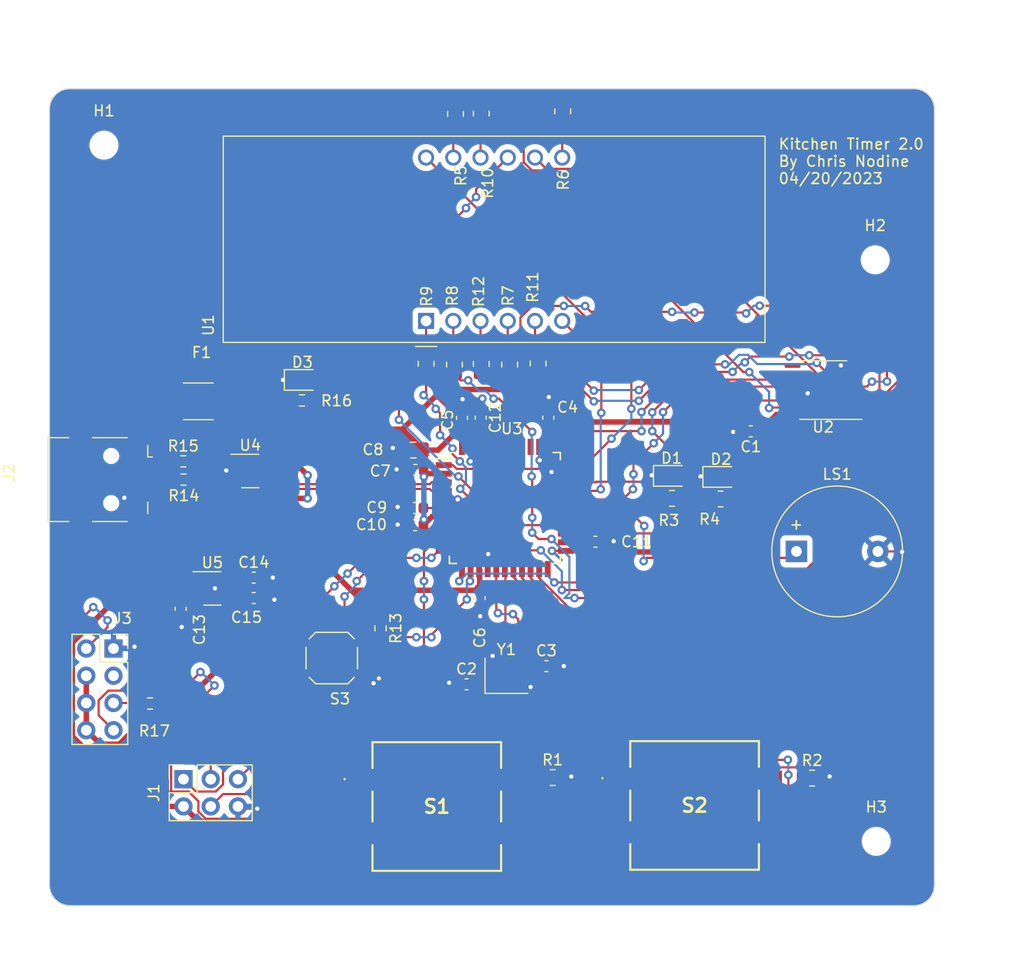
<source format=kicad_pcb>
(kicad_pcb (version 20221018) (generator pcbnew)
  (layers (0 "F.Cu" signal) (31 "B.Cu" signal) (34 "B.Paste" user) (35 "F.Paste" user) (36 "B.SilkS" user "B.Silkscreen") (37 "F.SilkS" user "F.Silkscreen") (38 "B.Mask" user) (39 "F.Mask" user) (44 "Edge.Cuts" user))
  (net 0 "")
  (net 1 "+5V")
  (net 2 "GND")
  (net 3 "XTAL1")
  (net 4 "XTAL2")
  (net 5 "/UCAP")
  (net 6 "/AREF")
  (net 7 "+3.3V")
  (net 8 "Net-(U5-BP)")
  (net 9 "Net-(D1-A)")
  (net 10 "Net-(D2-A)")
  (net 11 "Net-(D3-A)")
  (net 12 "Net-(J2-VBUS)")
  (net 13 "MISO")
  (net 14 "SCK")
  (net 15 "MOSI")
  (net 16 "RST")
  (net 17 "Net-(J2-D-)")
  (net 18 "Net-(J2-D+)")
  (net 21 "TX")
  (net 23 "Net-(J3-Pin_5)")
  (net 24 "RX")
  (net 25 "Buzzer")
  (net 26 "Button_1")
  (net 27 "Button_2")
  (net 28 "RED_LED")
  (net 29 "GREEN_LED")
  (net 30 "a")
  (net 31 "Net-(U1-a)")
  (net 32 "b")
  (net 33 "Net-(U1-b)")
  (net 34 "c")
  (net 35 "Net-(U1-c)")
  (net 36 "d")
  (net 37 "Net-(U1-d)")
  (net 38 "e")
  (net 39 "Net-(U1-e)")
  (net 40 "f")
  (net 41 "Net-(U1-f)")
  (net 42 "g")
  (net 43 "Net-(U1-g)")
  (net 44 "dp")
  (net 45 "Net-(U1-DPX)")
  (net 46 "USB_CONN_D+")
  (net 47 "USB_CONN_D-")
  (net 52 "Dig4")
  (net 53 "Dig3")
  (net 54 "Dig2")
  (net 55 "Dig1")
  (net 57 "SH_CP")
  (net 58 "ST_CP")
  (net 59 "DS")
  (net 60 "USB_D-")
  (net 61 "USB_D+")
  (footprint "Capacitor_SMD:C_0603_1608Metric" (layer "F.Cu") (at 147.325 75.45)
    (fp_text reference "C15")
    (fp_text value "10nF")
  )
  (footprint "Capacitor_SMD:C_0603_1608Metric" (layer "F.Cu") (at 166.75 58.65 90)
    (fp_text reference "C5")
    (fp_text value "0.1uF")
  )
  (footprint "Fuse:Fuse_1812_4532Metric" (layer "F.Cu") (at 142.15 57.1)
    (fp_text reference "F1")
    (fp_text value "PTCSMD")
  )
  (footprint "Capacitor_SMD:C_0603_1608Metric" (layer "F.Cu") (at 167.175 83.5)
    (fp_text reference "C2")
    (fp_text value "22p")
  )
  (footprint "Resistor_SMD:R_0805_2012Metric" (layer "F.Cu") (at 171.2 53.6725 90)
    (fp_text reference "R7")
    (fp_text value "100")
  )
  (footprint "Capacitor_SMD:C_0603_1608Metric" (layer "F.Cu") (at 174.625 81.8)
    (fp_text reference "C3")
    (fp_text value "22p")
  )
  (footprint "Resistor_SMD:R_0805_2012Metric" (layer "F.Cu") (at 163.4 53.5975 90)
    (fp_text reference "R9")
    (fp_text value "100")
  )
  (footprint "PTS125_SMD_Button:PTS125_SMD_Button" (layer "F.Cu") (at 164.4 94.9)
    (fp_text reference "S1")
    (fp_text value "PTS125SM43SMTR21M_LFS" hide)
  )
  (footprint "LED_SMD:LED_0805_2012Metric" (layer "F.Cu") (at 186.3 64.05)
    (fp_text reference "D1")
    (fp_text value "LED")
  )
  (footprint "PTS125_SMD_Button:PTS125_SMD_Button" (layer "F.Cu") (at 188.45 94.8)
    (fp_text reference "S2")
    (fp_text value "PTS125SM43SMTR21M_LFS" hide)
  )
  (footprint "Resistor_SMD:R_0805_2012Metric" (layer "F.Cu") (at 173.85 53.5725 90)
    (fp_text reference "R11")
    (fp_text value "100")
  )
  (footprint "Resistor_SMD:R_0805_2012Metric" (layer "F.Cu") (at 199.4125 92.25)
    (fp_text reference "R2")
    (fp_text value "10k")
  )
  (footprint "Resistor_SMD:R_0603_1608Metric" (layer "F.Cu") (at 137.64 85.29 180)
    (fp_text reference "R17")
    (fp_text value "10k")
  )
  (footprint "Capacitor_SMD:C_0805_2012Metric" (layer "F.Cu") (at 162.2 61.65 180)
    (fp_text reference "C8")
    (fp_text value "10uF")
  )
  (footprint "Package_SO:TSSOP-16_4.4x5mm_P0.65mm" (layer "F.Cu") (at 200.45 56.05 180)
    (fp_text reference "U2")
    (fp_text value "74HC595")
  )
  (footprint "Connector_USB:USB_Mini-B_Lumberg_2486_01_Horizontal" (layer "F.Cu") (at 134.025 64.4 -90)
    (fp_text reference "J2")
    (fp_text value "USB_B_Mini")
  )
  (footprint "MountingHole:MountingHole_2.2mm_M2" (layer "F.Cu") (at 205.4 98.15)
    (fp_text reference "H3")
    (fp_text value "MountingHole")
  )
  (footprint "Resistor_SMD:R_0805_2012Metric" (layer "F.Cu") (at 168.55 53.61 90)
    (fp_text reference "R12")
    (fp_text value "100")
  )
  (footprint "LED_SMD:LED_0805_2012Metric" (layer "F.Cu") (at 190.9125 64.15)
    (fp_text reference "D2")
    (fp_text value "LED")
  )
  (footprint "Resistor_SMD:R_0805_2012Metric" (layer "F.Cu") (at 176.15 30.05 -90)
    (fp_text reference "R6")
    (fp_text value "100")
  )
  (footprint "PTS526_SMD_Button:PTS526_SMD_Button" (layer "F.Cu") (at 154.6 81.05 180)
    (fp_text reference "S3")
    (fp_text value "PTS526_SM08_SMTR2_LFS")
  )
  (footprint "LED_SMD:LED_0805_2012Metric" (layer "F.Cu") (at 151.8625 55.1)
    (fp_text reference "D3")
    (fp_text value "LED")
  )
  (footprint "Resistor_SMD:R_0603_1608Metric" (layer "F.Cu") (at 140.775 64.4)
    (fp_text reference "R14")
    (fp_text value "22")
  )
  (footprint "Package_TO_SOT_SMD:SOT-23-5" (layer "F.Cu") (at 143.4625 74.55)
    (fp_text reference "U5")
    (fp_text value "LP2985-3.3")
  )
  (footprint "Resistor_SMD:R_0805_2012Metric" (layer "F.Cu") (at 175.2125 92.2)
    (fp_text reference "R1")
    (fp_text value "10k")
  )
  (footprint "Capacitor_SMD:C_0603_1608Metric" (layer "F.Cu") (at 147.325 73.55)
    (fp_text reference "C14")
    (fp_text value "2.2uF")
  )
  (footprint "MountingHole:MountingHole_2.2mm_M2" (layer "F.Cu") (at 133.35 33.2)
    (fp_text reference "H1")
    (fp_text value "MountingHole")
  )
  (footprint "Buzzer_Beeper:Buzzer_12x9.5RM7.6" (layer "F.Cu") (at 197.95 71.1)
    (fp_text reference "LS1")
    (fp_text value "Speaker")
  )
  (footprint "Resistor_SMD:R_0805_2012Metric" (layer "F.Cu") (at 166.05 53.6725 90)
    (fp_text reference "R8")
    (fp_text value "100")
  )
  (footprint "Resistor_SMD:R_0603_1608Metric" (layer "F.Cu") (at 159.15 78.275 -90)
    (fp_text reference "R13")
    (fp_text value "10k")
  )
  (footprint "Resistor_SMD:R_0805_2012Metric" (layer "F.Cu") (at 168.55 30.25 -90)
    (fp_text reference "R10")
    (fp_text value "100")
  )
  (footprint "Resistor_SMD:R_0805_2012Metric" (layer "F.Cu") (at 166.15 30.2875 -90)
    (fp_text reference "R5")
    (fp_text value "100")
  )
  (footprint "Capacitor_SMD:C_0603_1608Metric" (layer "F.Cu") (at 179.2 70.2)
    (fp_text reference "C11")
    (fp_text value "0.1uF")
  )
  (footprint "Crystal:Crystal_SMD_Abracon_ABM8G-4Pin_3.2x2.5mm" (layer "F.Cu") (at 170.9 82.7)
    (fp_text reference "Y1")
    (fp_text value "16MHz")
  )
  (footprint "Resistor_SMD:R_0603_1608Metric" (layer "F.Cu") (at 140.75 62.7)
    (fp_text reference "R15")
    (fp_text value "22")
  )
  (footprint "Resistor_SMD:R_0805_2012Metric" (layer "F.Cu") (at 186.3375 66.15)
    (fp_text reference "R3")
    (fp_text value "330")
  )
  (footprint "Resistor_SMD:R_0603_1608Metric" (layer "F.Cu") (at 151.82 57.015)
    (fp_text reference "R16")
    (fp_text value "1k")
  )
  (footprint "MountingHole:MountingHole_2.2mm_M2" (layer "F.Cu") (at 205.3 43.9)
    (fp_text reference "H2")
    (fp_text value "MountingHole")
  )
  (footprint "Capacitor_SMD:C_0603_1608Metric" (layer "F.Cu") (at 168.4 75.45 -90)
    (fp_text reference "C6")
    (fp_text value "0.1uF")
  )
  (footprint "Connector_PinSocket_2.54mm:PinSocket_2x03_P2.54mm_Vertical" (layer "F.Cu") (at 140.77 92.35 90)
    (fp_text reference "J1")
    (fp_text value "AVR-ISP-6")
  )
  (footprint "Capacitor_SMD:C_0603_1608Metric" (layer "F.Cu") (at 174.8 58.625 90)
    (fp_text reference "C4")
    (fp_text value "0.1uF")
  )
  (footprint "Capacitor_SMD:C_0603_1608Metric" (layer "F.Cu") (at 162.4 63.5 180)
    (fp_text reference "C7")
    (fp_text value "0.1uF")
  )
  (footprint "Display_7Segment:CA56-12EWA" (layer "F.Cu") (at 163.4 49.6 90)
    (fp_text reference "U1")
    (fp_text value "CA56-12EWA")
  )
  (footprint "Resistor_SMD:R_0805_2012Metric" (layer "F.Cu") (at 190.8725 66.21)
    (fp_text reference "R4")
    (fp_text value "330")
  )
  (footprint "Package_QFP:TQFP-44_10x10mm_P0.8mm" (layer "F.Cu") (at 170.75 67.05)
    (fp_text reference "U3")
    (fp_text value "ATmega32U4-A")
  )
  (footprint "Capacitor_SMD:C_0603_1608Metric" (layer "F.Cu") (at 162.375 68.65 180)
    (fp_text reference "C10")
    (fp_text value "0.1uF")
  )
  (footprint "Package_TO_SOT_SMD:SOT-23-6" (layer "F.Cu") (at 147 63.6)
    (fp_text reference "U4")
    (fp_text value "USBLC6-2SC6")
  )
  (footprint "Connector_PinSocket_2.54mm:PinSocket_2x04_P2.54mm_Vertical" (layer "F.Cu") (at 134.24 80.16)
    (fp_text reference "J3")
    (fp_text value "ESP_Conn")
  )
  (footprint "Capacitor_SMD:C_0603_1608Metric" (layer "F.Cu") (at 140.5 76.45 -90)
    (fp_text reference "C13")
    (fp_text value "1uF")
  )
  (footprint "Capacitor_SMD:C_0603_1608Metric" (layer "F.Cu") (at 162.375 67.05 180)
    (fp_text reference "C9")
    (fp_text value "1uF")
  )
  (footprint "Capacitor_SMD:C_0603_1608Metric" (layer "F.Cu") (at 193.7 59.9 180)
    (fp_text reference "C1")
    (fp_text value "0.1u")
  )
  (footprint "Capacitor_SMD:C_0603_1608Metric" (layer "F.Cu") (at 168.5 58.625 90)
    (fp_text reference "C12")
    (fp_text value "0.1uF")
  )
  (gr_arc (start 130.175 104.14) (mid 128.827962 103.582038) (end 128.27 102.235) (stroke (width 0.1)) (layer "Edge.Cuts"))
  (gr_line (start 130.175 27.94) (end 208.915 27.94) (stroke (width 0.1)) (layer "Edge.Cuts"))
  (gr_line (start 128.27 29.845) (end 128.27 102.235) (stroke (width 0.1)) (layer "Edge.Cuts"))
  (gr_line (start 210.82 29.845) (end 210.82 102.235) (stroke (width 0.1)) (layer "Edge.Cuts"))
  (gr_line (start 130.175 104.14) (end 208.915 104.14) (stroke (width 0.1)) (layer "Edge.Cuts"))
  (gr_arc (start 210.82 102.235) (mid 210.262038 103.582038) (end 208.915 104.14) (stroke (width 0.1)) (layer "Edge.Cuts"))
  (gr_arc (start 208.915 27.94) (mid 210.262038 28.497962) (end 210.82 29.845) (stroke (width 0.1)) (layer "Edge.Cuts"))
  (gr_arc (start 128.27 29.845) (mid 128.827962 28.497962) (end 130.175 27.94) (stroke (width 0.1)) (layer "Edge.Cuts"))
  (gr_text "Kitchen Timer 2.0\nBy Chris Nodine\n04/20/2023" (at 196.2 36.9) (layer "F.SilkS") (effects (font (size 1 1)) (justify left bottom)))
  (segment (start 166.75 59.425) (end 166.75 61.35) (width 0.508) (layer "F.Cu") (net 1))
  (segment (start 152.35 66.15) (end 151.05 66.15) (width 0.508) (layer "F.Cu") (net 1))
  (segment (start 130.396 79.619865) (end 130.396 88.346) (width 0.508) (layer "F.Cu") (net 1))
  (segment (start 192.8 66.903106) (end 188.553106 71.15) (width 0.508) (layer "F.Cu") (net 1))
  (segment (start 188.411768 59.025) (end 192.8 63.413232) (width 0.508) (layer "F.Cu") (net 1))
  (segment (start 144.2875 57.1) (end 149.45 57.1) (width 0.508) (layer "F.Cu") (net 1))
  (segment (start 147.021 59.529) (end 147.021 63.050185) (width 0.508) (layer "F.Cu") (net 1))
  (segment (start 146.1875 69.7375) (end 142.325 73.6) (width 0.508) (layer "F.Cu") (net 1))
  (segment (start 165.3 57.4) (end 165.946 56.754) (width 0.508) (layer "F.Cu") (net 1))
  (segment (start 188.553106 71.15) (end 179.375 71.15) (width 0.508) (layer "F.Cu") (net 1))
  (segment (start 140.5 74.858315) (end 141.758315 73.6) (width 0.508) (layer "F.Cu") (net 1))
  (segment (start 153.2 97.4) (end 157.25 97.4) (width 0.508) (layer "F.Cu") (net 1))
  (segment (start 196.104 58.329) (end 197.5875 58.329) (width 0.508) (layer "F.Cu") (net 1))
  (segment (start 156.425 74.725) (end 159.15 77.45) (width 0.508) (layer "F.Cu") (net 1))
  (segment (start 151.05 69.35) (end 156.425 74.725) (width 0.508) (layer "F.Cu") (net 1))
  (segment (start 174.8 61.3) (end 174.75 61.35) (width 0.508) (layer "F.Cu") (net 1))
  (segment (start 165.946 56.546261) (end 166.496261 55.996) (width 0.508) (layer "F.Cu") (net 1))
  (segment (start 140.5 75.675) (end 140.5 74.858315) (width 0.508) (layer "F.Cu") (net 1))
  (segment (start 191.9 59.05) (end 191.979 58.971) (width 0.508) (layer "F.Cu") (net 1))
  (segment (start 147.021 63.050185) (end 147.570815 63.6) (width 0.508) (layer "F.Cu") (net 1))
  (segment (start 163.525 63.85) (end 165.05 63.85) (width 0.508) (layer "F.Cu") (net 1))
  (segment (start 197.5875 58.325) (end 198.242948 58.325) (width 0.2032) (layer "F.Cu") (net 1))
  (segment (start 151.05 66.15) (end 149.775 66.15) (width 0.508) (layer "F.Cu") (net 1))
  (segment (start 199.7016 56.866348) (end 199.7016 55.7016) (width 0.2032) (layer "F.Cu") (net 1))
  (segment (start 149.85 59.7) (end 161.2 59.7) (width 0.508) (layer "F.Cu") (net 1))
  (segment (start 149.775 66.15) (end 146.1875 69.7375) (width 0.508) (layer "F.Cu") (net 1))
  (segment (start 139.466 75.892315) (end 134.12355 75.892315) (width 0.508) (layer "F.Cu") (net 1))
  (segment (start 151.05 66.15) (end 151.05 69.35) (width 0.508) (layer "F.Cu") (net 1))
  (segment (start 136.94 94.89) (end 140.77 94.89) (width 0.508) (layer "F.Cu") (net 1))
  (segment (start 194.533 59.9) (end 196.104 58.329) (width 0.508) (layer "F.Cu") (net 1))
  (segment (start 182.529 58.979) (end 191.829 58.979) (width 0.508) (layer "F.Cu") (net 1))
  (segment (start 168.35 74.725) (end 168.4 74.675) (width 0.508) (layer "F.Cu") (net 1))
  (segment (start 164.604 56.704) (end 165.3 57.4) (width 0.508) (layer "F.Cu") (net 1))
  (segment (start 163.175 63.5) (end 163.175 64.104005) (width 0.508) (layer "F.Cu") (net 1))
  (segment (start 154.404 98.604) (end 179.996 98.604) (width 0.508) (layer "F.Cu") (net 1))
  (segment (start 168.4 74.675) (end 168.4 72.8) (width 0.508) (layer "F.Cu") (net 1))
  (segment (start 139.683315 75.675) (end 139.466 75.892315) (width 0.508) (layer "F.Cu") (net 1))
  (segment (start 161.2 59.7) (end 163.15 61.65) (width 0.508) (layer "F.Cu") (net 1))
  (segment (start 193.546 58.971) (end 194.475 59.9) (width 0.508) (layer "F.Cu") (net 1))
  (segment (start 163.2 68.1245) (end 163.2 68.6) (width 0.508) (layer "F.Cu") (net 1))
  (segment (start 163.95 67.85) (end 165.05 67.85) (width 0.508) (layer "F.Cu") (net 1))
  (segment (start 179.996 98.604) (end 181.3 97.3) (width 0.508) (layer "F.Cu") (net 1))
  (segment (start 134.12355 75.892315) (end 130.396 79.619865) (width 0.508) (layer "F.Cu") (net 1))
  (segment (start 163.15 61.65) (end 163.15 63.475) (width 0.508) (layer "F.Cu") (net 1))
  (segment (start 191.979 58.971) (end 193.546 58.971) (width 0.508) (layer "F.Cu") (net 1))
  (segment (start 164.525 61.65) (end 166.75 59.425) (width 0.508) (layer "F.Cu") (net 1))
  (segment (start 164.196 56.704) (end 164.604 56.704) (width 0.508) (layer "F.Cu") (net 1))
  (segment (start 174.8 59.4) (end 174.8 61.3) (width 0.508) (layer "F.Cu") (net 1))
  (segment (start 192.8 63.413232) (end 192.8 66.903106) (width 0.508) (layer "F.Cu") (net 1))
  (segment (start 163.175 63.5) (end 163.525 63.85) (width 0.508) (layer "F.Cu") (net 1))
  (segment (start 163.15 63.475) (end 163.175 63.5) (width 0.508) (layer "F.Cu") (net 1))
  (segment (start 149.85 57.1) (end 149.85 59.7) (width 0.508) (layer "F.Cu") (net 1))
  (segment (start 143.28 97.4) (end 153.2 97.4) (width 0.508) (layer "F.Cu") (net 1))
  (segment (start 171.396 55.996) (end 174.8 59.4) (width 0.508) (layer "F.Cu") (net 1))
  (segment (start 140.5 75.675) (end 139.683315 75.675) (width 0.508) (layer "F.Cu") (net 1))
  (segment (start 178.425 70.2) (end 176.5 70.2) (width 0.508) (layer "F.Cu") (net 1))
  (segment (start 165.946 56.754) (end 165.946 56.546261) (width 0.508) (layer "F.Cu") (net 1))
  (segment (start 163.2 68.6) (end 163.15 68.65) (width 0.508) (layer "F.Cu") (net 1))
  (segment (start 161.2 59.7) (end 164.196 56.704) (width 0.508) (layer "F.Cu") (net 1))
  (segment (start 149.85 61.5) (end 152.35 64) (width 0.508) (layer "F.Cu") (net 1))
  (segment (start 150.91 57.1) (end 150.995 57.015) (width 0.508) (layer "F.Cu") (net 1))
  (segment (start 153.2 97.4) (end 154.404 98.604) (width 0.508) (layer "F.Cu") (net 1))
  (segment (start 171.396 55.996) (end 174.425 59.025) (width 0.508) (layer "F.Cu") (net 1))
  (segment (start 199.7016 55.7016) (end 198.425 54.425) (width 0.2032) (layer "F.Cu") (net 1))
  (segment (start 194.475 59.9) (end 194.533 59.9) (width 0.508) (layer "F.Cu") (net 1))
  (segment (start 179.375 71.15) (end 178.425 70.2) (width 0.508) (layer "F.Cu") (net 1))
  (segment (start 198.242948 58.325) (end 199.7016 56.866348) (width 0.2032) (layer "F.Cu") (net 1))
  (segment (start 156.425 74.725) (end 168.35 74.725) (width 0.508) (layer "F.Cu") (net 1))
  (segment (start 163.175 64.104005) (end 163.196495 64.1255) (width 0.508) (layer "F.Cu") (net 1))
  (segment (start 149.85 59.7) (end 149.85 61.5) (width 0.508) (layer "F.Cu") (net 1))
  (segment (start 130.396 88.346) (end 136.94 94.89) (width 0.508) (layer "F.Cu") (net 1))
  (segment (start 149.45 57.1) (end 147.021 59.529) (width 0.508) (layer "F.Cu") (net 1))
  (segment (start 140.5 75.675) (end 142.15 75.675) (width 0.508) (layer "F.Cu") (net 1))
  (segment (start 168.4 72.8) (end 168.35 72.75) (width 0.508) (layer "F.Cu") (net 1))
  (segment (start 191.829 58.979) (end 191.9 59.05) (width 0.508) (layer "F.Cu") (net 1))
  (segment (start 142.15 75.675) (end 142.325 75.5) (width 0.508) (layer "F.Cu") (net 1))
  (segment (start 176.5 70.2) (end 176.45 70.25) (width 0.508) (layer "F.Cu") (net 1))
  (segment (start 149.85 57.1) (end 150.91 57.1) (width 0.508) (layer "F.Cu") (net 1))
  (segment (start 166.496261 55.996) (end 171.396 55.996) (width 0.508) (layer "F.Cu") (net 1))
  (segment (start 149.45 57.1) (end 149.85 57.1) (width 0.508) (layer "F.Cu") (net 1))
  (segment (start 174.425 59.025) (end 188.411768 59.025) (width 0.508) (layer "F.Cu") (net 1))
  (segment (start 147.570815 63.6) (end 148.1375 63.6) (width 0.508) (layer "F.Cu") (net 1))
  (segment (start 163.15 68.65) (end 163.95 67.85) (width 0.508) (layer "F.Cu") (net 1))
  (segment (start 141.758315 73.6) (end 142.325 73.6) (width 0.508) (layer "F.Cu") (net 1))
  (segment (start 140.77 94.89) (end 143.28 97.4) (width 0.508) (layer "F.Cu") (net 1))
  (segment (start 163.15 61.65) (end 164.525 61.65) (width 0.508) (layer "F.Cu") (net 1))
  (segment (start 198.425 54.425) (end 197.5875 54.425) (width 0.2032) (layer "F.Cu") (net 1))
  (via (at 152.35 66.15) (size 0.8) (drill 0.4) (layers "F.Cu" "B.Cu") (net 1))
  (via (at 163.196495 64.1255) (size 0.8) (drill 0.4) (layers "F.Cu" "B.Cu") (net 1))
  (via (at 152.35 64) (size 0.8) (drill 0.4) (layers "F.Cu" "B.Cu") (net 1))
  (via (at 163.2 68.1245) (size 0.8) (drill 0.4) (layers "F.Cu" "B.Cu") (net 1))
  (segment (start 163.196495 68.120995) (end 163.2 68.1245) (width 0.508) (layer "B.Cu") (net 1))
  (segment (start 152.35 64) (end 152.35 65.75) (width 0.508) (layer "B.Cu") (net 1))
  (segment (start 163.196495 64.1255) (end 163.196495 68.120995) (width 0.508) (layer "B.Cu") (net 1))
  (segment (start 152.35 65.75) (end 152.35 66.15) (width 0.508) (layer "B.Cu") (net 1))
  (segment (start 176.95 92.1) (end 176.225 92.1) (width 0.2032) (layer "F.Cu") (net 2))
  (segment (start 143.7 74.55) (end 142.325 74.55) (width 0.2032) (layer "F.Cu") (net 2))
  (segment (start 174.85 57.8) (end 174.8 57.85) (width 0.2032) (layer "F.Cu") (net 2))
  (segment (start 166.8 57.825) (end 166.75 57.875) (width 0.2032) (layer "F.Cu") (net 2))
  (segment (start 158.5 83.4) (end 158.1 83.4) (width 0.2032) (layer "F.Cu") (net 2))
  (segment (start 173.15 83.75) (end 172.2 83.75) (width 0.2032) (layer "F.Cu") (net 2))
  (segment (start 179.975 70.2) (end 180.85 70.2) (width 0.2032) (layer "F.Cu") (net 2))
  (segment (start 180.85 70.2) (end 180.9 70.15) (width 0.2032) (layer "F.Cu") (net 2))
  (segment (start 168.45 77.15) (end 168.45 76.275) (width 0.2032) (layer "F.Cu") (net 2))
  (segment (start 175.750498 63.05) (end 176.45 63.05) (width 0.2032) (layer "F.Cu") (net 2))
  (segment (start 140.6 78.15) (end 140.6 77.325) (width 0.2032) (layer "F.Cu") (net 2))
  (segment (start 169.2 71.35) (end 169.2 72.7) (width 0.2032) (layer "F.Cu") (net 2))
  (segment (start 175.100498 63.7) (end 175.750498 63.05) (width 0.2032) (layer "F.Cu") (net 2))
  (segment (start 175.15 71.05) (end 176.45 71.05) (width 0.2032) (layer "F.Cu") (net 2))
  (segment (start 174 62.6) (end 174 61.4) (width 0.2032) (layer "F.Cu") (net 2))
  (segment (start 201.05 92.1) (end 200.475 92.1) (width 0.2032) (layer "F.Cu") (net 2))
  (segment (start 149.25 75.6) (end 148.25 75.6) (width 0.2032) (layer "F.Cu") (net 2))
  (segment (start 192.05 59.95) (end 192.875 59.95) (width 0.2032) (layer "F.Cu") (net 2))
  (segment (start 172.2 83.75) (end 172 83.55) (width 0.2032) (layer "F.Cu") (net 2))
  (segment (start 146.06 95.1) (end 145.85 94.89) (width 0.2032) (layer "F.Cu") (net 2))
  (segment (start 145.8125 63.55) (end 145.8625 63.6) (width 0.2032) (layer "F.Cu") (net 2))
  (segment (start 192.875 59.95) (end 192.925 59.9) (width 0.2032) (layer "F.Cu") (net 2))
  (segment (start 166.8 56.9) (end 166.8 57.825) (width 0.2032) (layer "F.Cu") (net 2))
  (segment (start 185.3125 64) (end 185.3625 64.05) (width 0.2032) (layer "F.Cu") (net 2))
  (segment (start 169.6 81.65) (end 169.8 81.85) (width 0.2032) (layer "F.Cu") (net 2))
  (segment (start 160.75 66.95) (end 161.5 66.95) (width 0.2032) (layer "F.Cu") (net 2))
  (segment (start 148.25 75.6) (end 148.1 75.45) (width 0.2032) (layer "F.Cu") (net 2))
  (segment (start 165.55 83.35) (end 166.25 83.35) (width 0.2032) (layer "F.Cu") (net 2))
  (segment (start 189 64.1) (end 189.925 64.1) (width 0.2032) (layer "F.Cu") (net 2))
  (segment (start 167.55 62.7) (end 167.55 61.35) (width 0.2032) (layer "F.Cu") (net 2))
  (segment (start 174 61.4) (end 173.95 61.35) (width 0.2032) (layer "F.Cu") (net 2))
  (segment (start 150.05 55.1) (end 150.925 55.1) (width 0.2032) (layer "F.Cu") (net 2))
  (segment (start 168.45 76.275) (end 168.4 76.225) (width 0.2032) (layer "F.Cu") (net 2))
  (segment (start 176.25 81.8) (end 175.4 81.8) (width 0.2032) (layer "F.Cu") (net 2))
  (segment (start 199 56.35) (end 197.6125 56.35) (width 0.2032) (layer "F.Cu") (net 2))
  (segment (start 158.1 83.4) (end 157.6 82.9) (width 0.2032) (layer "F.Cu") (net 2))
  (segment (start 161.05 61.45) (end 161.25 61.65) (width 0.2032) (layer "F.Cu") (net 2))
  (segment (start 176.225 92.1) (end 176.125 92.2) (width 0.2032) (layer "F.Cu") (net 2))
  (segment (start 136.625 66.1) (end 136.725 66) (width 0.2032) (layer "F.Cu") (net 2))
  (segment (start 169.2 72.7) (end 169.15 72.75) (width 0.2032) (layer "F.Cu") (net 2))
  (segment (start 160.3 61.45) (end 161.05 61.45) (width 0.2032) (layer "F.Cu") (net 2))
  (segment (start 189.925 64.1) (end 189.975 64.15) (width 0.2032) (layer "F.Cu") (net 2))
  (segment (start 168.65 56.85) (end 168.65 57.7) (width 0.2032) (layer "F.Cu") (net 2))
  (segment (start 160.75 68.6) (end 161.55 68.6) (width 0.2032) (layer "F.Cu") (net 2))
  (segment (start 200.475 92.1) (end 200.325 92.25) (width 0.2032) (layer "F.Cu") (net 2))
  (segment (start 166.35 66.25) (end 165.05 66.25) (width 0.2032) (layer "F.Cu") (net 2))
  (segment (start 203.2875 53.75) (end 203.3125 53.775) (width 0.2032) (layer "F.Cu") (net 2))
  (segment (start 136.2 79.99) (end 134.41 79.99) (width 0.2032) (layer "F.Cu") (net 2))
  (segment (start 161.575 63.45) (end 161.625 63.5) (width 0.2032) (layer "F.Cu") (net 2))
  (segment (start 169.6 80.85) (end 169.6 81.65) (width 0.2032) (layer "F.Cu") (net 2))
  (segment (start 140.6 77.325) (end 140.5 77.225) (width 0.2032) (layer "F.Cu") (net 2))
  (segment (start 207.8 71.15) (end 207.75 71.1) (width 0.2032) (layer "F.Cu") (net 2))
  (segment (start 168.65 57.7) (end 168.5 57.85) (width 0.2032) (layer "F.Cu") (net 2))
  (segment (start 147.65 95.1) (end 146.06 95.1) (width 0.2032) (layer "F.Cu") (net 2))
  (segment (start 160.65 63.45) (end 161.575 63.45) (width 0.2032) (layer "F.Cu") (net 2))
  (segment (start 202.1 53.75) (end 203.2875 53.75) (width 0.2032) (layer "F.Cu") (net 2))
  (segment (start 174.85 56.7) (end 174.85 57.8) (width 0.2032) (layer "F.Cu") (net 2))
  (segment (start 207.75 71.1) (end 205.55 71.1) (width 0.2032) (layer "F.Cu") (net 2))
  (segment (start 161.55 68.6) (end 161.6 68.65) (width 0.2032) (layer "F.Cu") (net 2))
  (segment (start 149.1 73.55) (end 148.1 73.55) (width 0.2032) (layer "F.Cu") (net 2))
  (segment (start 197.6125 56.35) (end 197.5875 56.375) (width 0.2032) (layer "F.Cu") (net 2))
  (segment (start 184.45 64) (end 185.3125 64) (width 0.2032) (layer "F.Cu") (net 2))
  (segment (start 161.5 66.95) (end 161.6 67.05) (width 0.2032) (layer "F.Cu") (net 2))
  (segment (start 144.7625 63.55) (end 145.8125 63.55) (width 0.2032) (layer "F.Cu") (net 2))
  (segment (start 134.41 79.99) (end 134.24 80.16) (width 0.2032) (layer "F.Cu") (net 2))
  (segment (start 135.25 66.1) (end 136.625 66.1) (width 0.2032) (layer "F.Cu") (net 2))
  (segment (start 166.25 83.35) (end 166.4 83.5) (width 0.2032) (layer "F.Cu") (net 2))
  (via (at 176.25 81.8) (size 0.8) (drill 0.4) (layers "F.Cu" "B.Cu") (net 2))
  (via (at 180.9 70.15) (size 0.8) (drill 0.4) (layers "F.Cu" "B.Cu") (net 2))
  (via (at 202.1 53.75) (size 0.8) (drill 0.4) (layers "F.Cu" "B.Cu") (net 2))
  (via (at 176.95 92.1) (size 0.8) (drill 0.4) (layers "F.Cu" "B.Cu") (net 2))
  (via (at 136.2 79.99) (size 0.8) (drill 0.4) (layers "F.Cu" "B.Cu") (net 2))
  (via (at 207.8 71.15) (size 0.8) (drill 0.4) (layers "F.Cu" "B.Cu") (net 2))
  (via (at 150.05 55.1) (size 0.8) (drill 0.4) (layers "F.Cu" "B.Cu") (net 2))
  (via (at 166.8 56.9) (size 0.8) (drill 0.4) (layers "F.Cu" "B.Cu") (net 2))
  (via (at 175.100498 63.7) (size 0.8) (drill 0.4) (layers "F.Cu" "B.Cu") (net 2))
  (via (at 167.55 62.7) (size 0.8) (drill 0.4) (layers "F.Cu" "B.Cu") (net 2))
  (via (at 158.5 83.4) (size 0.8) (drill 0.4) (layers "F.Cu" "B.Cu") (net 2))
  (via (at 175.15 71.05) (size 0.8) (drill 0.4) (layers "F.Cu" "B.Cu") (net 2))
  (via (at 147.65 95.1) (size 0.8) (drill 0.4) (layers "F.Cu" "B.Cu") (net 2))
  (via (at 192.05 59.95) (size 0.8) (drill 0.4) (layers "F.Cu" "B.Cu") (net 2))
  (via (at 160.75 66.95) (size 0.8) (drill 0.4) (layers "F.Cu" "B.Cu") (net 2))
  (via (at 149.1 73.55) (size 0.8) (drill 0.4) (layers "F.Cu" "B.Cu") (net 2))
  (via (at 174.85 56.7) (size 0.8) (drill 0.4) (layers "F.Cu" "B.Cu") (net 2))
  (via (at 173.15 83.75) (size 0.8) (drill 0.4) (layers "F.Cu" "B.Cu") (net 2))
  (via (at 160.75 68.6) (size 0.8) (drill 0.4) (layers "F.Cu" "B.Cu") (net 2))
  (via (at 160.65 63.45) (size 0.8) (drill 0.4) (layers "F.Cu" "B.Cu") (net 2))
  (via (at 160.3 61.45) (size 0.8) (drill 0.4) (layers "F.Cu" "B.Cu") (net 2))
  (via (at 174 62.6) (size 0.8) (drill 0.4) (layers "F.Cu" "B.Cu") (net 2))
  (via (at 165.55 83.35) (size 0.8) (drill 0.4) (layers "F.Cu" "B.Cu") (net 2))
  (via (at 144.7625 63.55) (size 0.8) (drill 0.4) (layers "F.Cu" "B.Cu") (net 2))
  (via (at 169.6 80.85) (size 0.8) (drill 0.4) (layers "F.Cu" "B.Cu") (net 2))
  (via (at 135.25 66.1) (size 0.8) (drill 0.4) (layers "F.Cu" "B.Cu") (net 2))
  (via (at 149.25 75.6) (size 0.8) (drill 0.4) (layers "F.Cu" "B.Cu") (net 2))
  (via (at 169.2 71.35) (size 0.8) (drill 0.4) (layers "F.Cu" "B.Cu") (net 2))
  (via (at 199 56.35) (size 0.8) (drill 0.4) (layers "F.Cu" "B.Cu") (net 2))
  (via (at 201.05 92.1) (size 0.8) (drill 0.4) (layers "F.Cu" "B.Cu") (net 2))
  (via (at 140.6 78.15) (size 0.8) (drill 0.4) (layers "F.Cu" "B.Cu") (net 2))
  (via (at 189 64.1) (size 0.8) (drill 0.4) (layers "F.Cu" "B.Cu") (net 2))
  (via (at 168.45 77.15) (size 0.8) (drill 0.4) (layers "F.Cu" "B.Cu") (net 2))
  (via (at 168.65 56.85) (size 0.8) (drill 0.4) (layers "F.Cu" "B.Cu") (net 2))
  (via (at 143.7 74.55) (size 0.8) (drill 0.4) (layers "F.Cu" "B.Cu") (net 2))
  (via (at 166.35 66.25) (size 0.8) (drill 0.4) (layers "F.Cu" "B.Cu") (net 2))
  (via (at 184.45 64) (size 0.8) (drill 0.4) (layers "F.Cu" "B.Cu") (net 2))
  (segment (start 170.0032 83.55) (end 170.8016 82.7516) (width 0.2032) (layer "F.Cu") (net 3))
  (segment (start 169.8 83.55) (end 170.0032 83.55) (width 0.2032) (layer "F.Cu") (net 3))
  (segment (start 170.8016 72.8016) (end 170.75 72.75) (width 0.2032) (layer "F.Cu") (net 3))
  (segment (start 170.8016 82.7516) (end 170.8016 72.8016) (width 0.2032) (layer "F.Cu") (net 3))
  (segment (start 172 77.4473) (end 171.5027 76.95) (width 0.2032) (layer "F.Cu") (net 4))
  (segment (start 170.1005 76.85) (end 169.95 76.6995) (width 0.2032) (layer "F.Cu") (net 4))
  (segment (start 172 81.85) (end 172 77.4473) (width 0.2032) (layer "F.Cu") (net 4))
  (segment (start 169.95 76.6995) (end 169.95 72.75) (width 0.2032) (layer "F.Cu") (net 4))
  (via (at 171.5027 76.95) (size 0.8) (drill 0.4) (layers "F.Cu" "B.Cu") (net 4))
  (via (at 170.1005 76.85) (size 0.8) (drill 0.4) (layers "F.Cu" "B.Cu") (net 4))
  (segment (start 170.2005 76.95) (end 170.1005 76.85) (width 0.2032) (layer "B.Cu") (net 4))
  (segment (start 171.5027 76.95) (end 170.2005 76.95) (width 0.2032) (layer "B.Cu") (net 4))
  (segment (start 163.15 67.05) (end 165.05 67.05) (width 0.2032) (layer "F.Cu") (net 5))
  (segment (start 168.5 59.4) (end 168.35 59.55) (width 0.508) (layer "F.Cu") (net 6))
  (segment (start 168.35 59.55) (end 168.35 61.35) (width 0.508) (layer "F.Cu") (net 6))
  (segment (start 149.378739 72.621) (end 150.15 73.392261) (width 0.508) (layer "F.Cu") (net 7))
  (segment (start 146.5 73.6) (end 146.55 73.55) (width 0.508) (layer "F.Cu") (net 7))
  (segment (start 146.55 73.55) (end 147.479 72.621) (width 0.508) (layer "F.Cu") (net 7))
  (segment (start 140.767739 85.29) (end 138.465 85.29) (width 0.508) (layer "F.Cu") (net 7))
  (segment (start 138.465 85.29) (end 138.465 85.399135) (width 0.508) (layer "F.Cu") (net 7))
  (segment (start 147.479 72.621) (end 149.378739 72.621) (width 0.508) (layer "F.Cu") (net 7))
  (segment (start 131.7 87.78) (end 131.7 85.24) (width 0.508) (layer "F.Cu") (net 7))
  (segment (start 138.465 85.399135) (end 134.780135 89.084) (width 0.508) (layer "F.Cu") (net 7))
  (segment (start 150.15 73.392261) (end 150.15 75.907739) (width 0.508) (layer "F.Cu") (net 7))
  (segment (start 133.004 89.084) (end 131.7 87.78) (width 0.508) (layer "F.Cu") (net 7))
  (segment (start 134.780135 89.084) (end 133.004 89.084) (width 0.508) (layer "F.Cu") (net 7))
  (segment (start 131.7 85.24) (end 131.7 82.7) (width 0.508) (layer "F.Cu") (net 7))
  (segment (start 144.6 73.6) (end 146.5 73.6) (width 0.508) (layer "F.Cu") (net 7))
  (segment (start 150.15 75.907739) (end 140.767739 85.29) (width 0.508) (layer "F.Cu") (net 7))
  (segment (start 144.65 75.45) (end 144.6 75.5) (width 0.2032) (layer "F.Cu") (net 8))
  (segment (start 146.55 75.45) (end 144.65 75.45) (width 0.2032) (layer "F.Cu") (net 8))
  (segment (start 187.2375 66.1375) (end 187.25 66.15) (width 0.2032) (layer "F.Cu") (net 9))
  (segment (start 187.2375 64.05) (end 187.2375 66.1375) (width 0.2032) (layer "F.Cu") (net 9))
  (segment (start 191.85 64.15) (end 191.85 66.145) (width 0.2032) (layer "F.Cu") (net 10))
  (segment (start 191.85 66.145) (end 191.785 66.21) (width 0.2032) (layer "F.Cu") (net 10))
  (segment (start 152.8 55.1) (end 152.8 56.86) (width 0.2032) (layer "F.Cu") (net 11))
  (segment (start 152.8 56.86) (end 152.645 57.015) (width 0.2032) (layer "F.Cu") (net 11))
  (segment (start 140.0125 59.5125) (end 140.0125 57.1) (width 0.508) (layer "F.Cu") (net 12))
  (segment (start 136.725 62.8) (end 140.0125 59.5125) (width 0.508) (layer "F.Cu") (net 12))
  (segment (start 159.100016 71.7) (end 156.928516 73.8715) (width 0.2032) (layer "F.Cu") (net 13))
  (segment (start 141.9216 93.5016) (end 140.77 92.35) (width 0.2032) (layer "F.Cu") (net 13))
  (segment (start 143.787009 93.5016) (end 141.9216 93.5016) (width 0.2032) (layer "F.Cu") (net 13))
  (segment (start 155.796484 75.303516) (end 155.796484 80.253516) (width 0.2032) (layer "F.Cu") (net 13))
  (segment (start 164.5511 71.05) (end 163.9011 71.7) (width 0.2032) (layer "F.Cu") (net 13))
  (segment (start 144.4616 91.5884) (end 144.4616 92.827009) (width 0.2032) (layer "F.Cu") (net 13))
  (segment (start 165.05 71.05) (end 164.5511 71.05) (width 0.2032) (layer "F.Cu") (net 13))
  (segment (start 155.796484 80.253516) (end 144.4616 91.5884) (width 0.2032) (layer "F.Cu") (net 13))
  (segment (start 162.4989 71.7) (end 159.100016 71.7) (width 0.2032) (layer "F.Cu") (net 13))
  (segment (start 144.4616 92.827009) (end 143.787009 93.5016) (width 0.2032) (layer "F.Cu") (net 13))
  (via (at 163.9011 71.7) (size 0.8) (drill 0.4) (layers "F.Cu" "B.Cu") (net 13))
  (via (at 156.928516 73.8715) (size 0.8) (drill 0.4) (layers "F.Cu" "B.Cu") (net 13))
  (via (at 155.796484 75.303516) (size 0.8) (drill 0.4) (layers "F.Cu" "B.Cu") (net 13))
  (via (at 162.4989 71.7) (size 0.8) (drill 0.4) (layers "F.Cu" "B.Cu") (net 13))
  (segment (start 156.928516 73.8715) (end 156.928516 74.171484) (width 0.2032) (layer "B.Cu") (net 13))
  (segment (start 156.928516 74.171484) (end 155.796484 75.303516) (width 0.2032) (layer "B.Cu") (net 13))
  (segment (start 163.9011 71.7) (end 162.4989 71.7) (width 0.2032) (layer "B.Cu") (net 13))
  (segment (start 154.846484 74.353516) (end 143.31 85.89) (width 0.2032) (layer "F.Cu") (net 14))
  (segment (start 165.05 69.45) (end 159.8 69.45) (width 0.2032) (layer "F.Cu") (net 14))
  (segment (start 159.8 69.45) (end 156.078516 73.171484) (width 0.2032) (layer "F.Cu") (net 14))
  (segment (start 143.31 85.89) (end 143.31 92.35) (width 0.2032) (layer "F.Cu") (net 14))
  (via (at 154.846484 74.353516) (size 0.8) (drill 0.4) (layers "F.Cu" "B.Cu") (net 14))
  (via (at 156.078516 73.171484) (size 0.8) (drill 0.4) (layers "F.Cu" "B.Cu") (net 14))
  (segment (start 156.078516 73.171484) (end 156.028516 73.171484) (width 0.2032) (layer "B.Cu") (net 14))
  (segment (start 156.028516 73.171484) (end 154.846484 74.353516) (width 0.2032) (layer "B.Cu") (net 14))
  (segment (start 163.2 71.1468) (end 163.2 73.8715) (width 0.2032) (layer "F.Cu") (net 15))
  (segment (start 165.05 70.25) (end 164.0968 70.25) (width 0.2032) (layer "F.Cu") (net 15))
  (segment (start 144.4616 93.7384) (end 143.31 94.89) (width 0.2032) (layer "F.Cu") (net 15))
  (segment (start 163.2 75.5785) (end 163.2 81.75) (width 0.2032) (layer "F.Cu") (net 15))
  (segment (start 151.2116 93.7384) (end 144.4616 93.7384) (width 0.2032) (layer "F.Cu") (net 15))
  (segment (start 164.0968 70.25) (end 163.2 71.1468) (width 0.2032) (layer "F.Cu") (net 15))
  (segment (start 163.2 81.75) (end 151.2116 93.7384) (width 0.2032) (layer "F.Cu") (net 15))
  (via (at 163.2 75.5785) (size 0.8) (drill 0.4) (layers "F.Cu" "B.Cu") (net 15))
  (via (at 163.2 73.8715) (size 0.8) (drill 0.4) (layers "F.Cu" "B.Cu") (net 15))
  (segment (start 163.2 73.8715) (end 163.2 75.5785) (width 0.2032) (layer "B.Cu") (net 15))
  (segment (start 145.85 92.35) (end 159.1 79.1) (width 0.2032) (layer "F.Cu") (net 16))
  (segment (start 163.9011 78.8774) (end 167.2 75.5785) (width 0.2032) (layer "F.Cu") (net 16))
  (segment (start 157.7 79.1) (end 157.6 79.2) (width 0.2032) (layer "F.Cu") (net 16))
  (segment (start 159.15 79.1) (end 162.7468 79.1) (width 0.2032) (layer "F.Cu") (net 16))
  (segment (start 163.9011 79.1) (end 163.9011 78.8774) (width 0.2032) (layer "F.Cu") (net 16))
  (segment (start 167.495519 72.804481) (end 167.55 72.75) (width 0.2032) (layer "F.Cu") (net 16))
  (segment (start 159.1 79.1) (end 159.15 79.1) (width 0.2032) (layer "F.Cu") (net 16))
  (segment (start 167.495519 73.8715) (end 167.495519 72.804481) (width 0.2032) (layer "F.Cu") (net 16))
  (segment (start 159.15 79.1) (end 157.7 79.1) (width 0.2032) (layer "F.Cu") (net 16))
  (segment (start 162.7468 79.1) (end 162.4989 79.1) (width 0.2032) (layer "F.Cu") (net 16))
  (via (at 162.4989 79.1) (size 0.8) (drill 0.4) (layers "F.Cu" "B.Cu") (net 16))
  (via (at 167.2 75.5785) (size 0.8) (drill 0.4) (layers "F.Cu" "B.Cu") (net 16))
  (via (at 163.9011 79.1) (size 0.8) (drill 0.4) (layers "F.Cu" "B.Cu") (net 16))
  (via (at 167.495519 73.8715) (size 0.8) (drill 0.4) (layers "F.Cu" "B.Cu") (net 16))
  (segment (start 167.2 75.5785) (end 167.2 74.167019) (width 0.2032) (layer "B.Cu") (net 16))
  (segment (start 167.2 74.167019) (end 167.495519 73.8715) (width 0.2032) (layer "B.Cu") (net 16))
  (segment (start 162.4989 79.1) (end 163.9011 79.1) (width 0.2032) (layer "B.Cu") (net 16))
  (segment (start 139.925 62.7) (end 139.025 63.6) (width 0.508) (layer "F.Cu") (net 17))
  (segment (start 139.025 63.6) (end 136.725 63.6) (width 0.508) (layer "F.Cu") (net 17))
  (segment (start 139.95 64.4) (end 136.725 64.4) (width 0.508) (layer "F.Cu") (net 18))
  (segment (start 133.686449 78.173551) (end 131.7 80.16) (width 0.2032) (layer "F.Cu") (net 21))
  (segment (start 201.7516 93.4368) (end 196.0288 99.1596) (width 0.2032) (layer "F.Cu") (net 21))
  (segment (start 201.7516 91.8016) (end 201.7516 93.4368) (width 0.2032) (layer "F.Cu") (net 21))
  (segment (start 137.4312 99.1596) (end 129.8 91.5284) (width 0.2032) (layer "F.Cu") (net 21))
  (segment (start 173.15 73.5782) (end 190.8202 91.2484) (width 0.2032) (layer "F.Cu") (net 21))
  (segment (start 129.8 91.5284) (end 129.8 78.85) (width 0.2032) (layer "F.Cu") (net 21))
  (segment (start 129.8 78.85) (end 132.35 76.3) (width 0.2032) (layer "F.Cu") (net 21))
  (segment (start 173.15 72.75) (end 173.15 73.5782) (width 0.2032) (layer "F.Cu") (net 21))
  (segment (start 201.1984 91.2484) (end 201.7516 91.8016) (width 0.2032) (layer "F.Cu") (net 21))
  (segment (start 133.686449 77.536449) (end 133.686449 78.173551) (width 0.2032) (layer "F.Cu") (net 21))
  (segment (start 196.0288 99.1596) (end 137.4312 99.1596) (width 0.2032) (layer "F.Cu") (net 21))
  (segment (start 190.8202 91.2484) (end 201.1984 91.2484) (width 0.2032) (layer "F.Cu") (net 21))
  (via (at 132.35 76.3) (size 0.8) (drill 0.4) (layers "F.Cu" "B.Cu") (net 21))
  (via (at 133.686449 77.536449) (size 0.8) (drill 0.4) (layers "F.Cu" "B.Cu") (net 21))
  (segment (start 132.45 76.3) (end 133.686449 77.536449) (width 0.2032) (layer "B.Cu") (net 21))
  (segment (start 132.35 76.3) (end 132.45 76.3) (width 0.2032) (layer "B.Cu") (net 21))
  (segment (start 136.815 85.29) (end 136.765 85.24) (width 0.2032) (layer "F.Cu") (net 23))
  (segment (start 136.765 85.24) (end 134.24 85.24) (width 0.2032) (layer "F.Cu") (net 23))
  (segment (start 132.8516 84.999791) (end 133.762991 84.0884) (width 0.2032) (layer "F.Cu") (net 24))
  (segment (start 139.6184 87.646372) (end 139.6184 93.5016) (width 0.2032) (layer "F.Cu") (net 24))
  (segment (start 142.832991 96.0416) (end 194.2116 96.0416) (width 0.2032) (layer "F.Cu") (net 24))
  (segment (start 133.762991 84.0884) (end 140.6116 84.0884) (width 0.2032) (layer "F.Cu") (net 24))
  (segment (start 139.6184 93.5016) (end 141.247009 93.5016) (width 0.2032) (layer "F.Cu") (net 24))
  (segment (start 142.1584 95.367009) (end 142.832991 96.0416) (width 0.2032) (layer "F.Cu") (net 24))
  (segment (start 197.15 90.5473) (end 190.9191 90.5473) (width 0.2032) (layer "F.Cu") (net 24))
  (segment (start 132.8516 86.3916) (end 132.8516 84.999791) (width 0.2032) (layer "F.Cu") (net 24))
  (segment (start 134.24 87.78) (end 132.8516 86.3916) (width 0.2032) (layer "F.Cu") (net 24))
  (segment (start 190.9191 90.5473) (end 173.95 73.5782) (width 0.2032) (layer "F.Cu") (net 24))
  (segment (start 140.6116 84.0884) (end 142.35 82.35) (width 0.2032) (layer "F.Cu") (net 24))
  (segment (start 173.95 73.5782) (end 173.95 72.75) (width 0.2032) (layer "F.Cu") (net 24))
  (segment (start 197.199502 93.053698) (end 197.199502 91.9495) (width 0.2032) (layer "F.Cu") (net 24))
  (segment (start 141.247009 93.5016) (end 142.1584 94.412991) (width 0.2032) (layer "F.Cu") (net 24))
  (segment (start 142.1584 94.412991) (end 142.1584 95.367009) (width 0.2032) (layer "F.Cu") (net 24))
  (segment (start 194.2116 96.0416) (end 197.199502 93.053698) (width 0.2032) (layer "F.Cu") (net 24))
  (segment (start 143.657386 83.607386) (end 139.6184 87.646372) (width 0.2032) (layer "F.Cu") (net 24))
  (via (at 143.657386 83.607386) (size 0.8) (drill 0.4) (layers "F.Cu" "B.Cu") (net 24))
  (via (at 197.15 90.5473) (size 0.8) (drill 0.4) (layers "F.Cu" "B.Cu") (net 24))
  (via (at 142.35 82.35) (size 0.8) (drill 0.4) (layers "F.Cu" "B.Cu") (net 24))
  (via (at 197.199502 91.9495) (size 0.8) (drill 0.4) (layers "F.Cu" "B.Cu") (net 24))
  (segment (start 197.199502 90.596802) (end 197.15 90.5473) (width 0.2032) (layer "B.Cu") (net 24))
  (segment (start 142.4 82.35) (end 143.657386 83.607386) (width 0.2032) (layer "B.Cu") (net 24))
  (segment (start 142.35 82.35) (end 142.4 82.35) (width 0.2032) (layer "B.Cu") (net 24))
  (segment (start 197.199502 91.9495) (end 197.199502 90.596802) (width 0.2032) (layer "B.Cu") (net 24))
  (segment (start 183.75 68.7223) (end 182.8777 67.85) (width 0.2032) (layer "F.Cu") (net 25))
  (segment (start 197.95 71.1) (end 197.3444 71.7056) (width 0.2032) (layer "F.Cu") (net 25))
  (segment (start 183.9979 71.7056) (end 183.7 72.0035) (width 0.2032) (layer "F.Cu") (net 25))
  (segment (start 197.3444 71.7056) (end 183.9979 71.7056) (width 0.2032) (layer "F.Cu") (net 25))
  (segment (start 182.8777 67.85) (end 176.45 67.85) (width 0.2032) (layer "F.Cu") (net 25))
  (via (at 183.75 68.7223) (size 0.8) (drill 0.4) (layers "F.Cu" "B.Cu") (net 25))
  (via (at 183.7 72.0035) (size 0.8) (drill 0.4) (layers "F.Cu" "B.Cu") (net 25))
  (segment (start 183.7 72.0035) (end 183.7 68.7723) (width 0.2032) (layer "B.Cu") (net 25))
  (segment (start 183.7 68.7723) (end 183.75 68.7223) (width 0.2032) (layer "B.Cu") (net 25))
  (segment (start 174.1 92.4) (end 174.3 92.2) (width 0.2032) (layer "F.Cu") (net 26))
  (segment (start 171.55 92.4) (end 174.1 92.4) (width 0.2032) (layer "F.Cu") (net 26))
  (segment (start 174.3 92.2) (end 174.6016 91.8984) (width 0.2032) (layer "F.Cu") (net 26))
  (segment (start 172.35 73.5782) (end 172.35 72.75) (width 0.2032) (layer "F.Cu") (net 26))
  (segment (start 174.6016 75.8298) (end 172.35 73.5782) (width 0.2032) (layer "F.Cu") (net 26))
  (segment (start 174.6016 91.8984) (end 174.6016 75.8298) (width 0.2032) (layer "F.Cu") (net 26))
  (segment (start 195.6 92.3) (end 194.4484 93.4516) (width 0.2032) (layer "F.Cu") (net 27))
  (segment (start 170.2484 93.4516) (end 170.2484 87.643813) (width 0.2032) (layer "F.Cu") (net 27))
  (segment (start 170.2484 87.643813) (end 173.8516 84.040613) (width 0.2032) (layer "F.Cu") (net 27))
  (segment (start 173.8516 83.0516) (end 173.0016 82.2016) (width 0.2032) (layer "F.Cu") (net 27))
  (segment (start 173.0016 74.9516) (end 171.55 73.5) (width 0.2032) (layer "F.Cu") (net 27))
  (segment (start 173.0016 82.2016) (end 173.0016 74.9516) (width 0.2032) (layer "F.Cu") (net 27))
  (segment (start 173.8516 84.040613) (end 173.8516 83.0516) (width 0.2032) (layer "F.Cu") (net 27))
  (segment (start 171.55 73.5) (end 171.55 72.75) (width 0.2032) (layer "F.Cu") (net 27))
  (segment (start 194.4484 93.4516) (end 170.2484 93.4516) (width 0.2032) (layer "F.Cu") (net 27))
  (segment (start 179.2285 64.65) (end 176.45 64.65) (width 0.2032) (layer "F.Cu") (net 28))
  (segment (start 179.2785 64.6) (end 179.2285 64.65) (width 0.2032) (layer "F.Cu") (net 28))
  (segment (start 183.875 64.6) (end 185.425 66.15) (width 0.2032) (layer "F.Cu") (net 28))
  (segment (start 179.2785 64.6) (end 183.875 64.6) (width 0.2032) (layer "F.Cu") (net 28))
  (segment (start 176.4766 69.4234) (end 176.45 69.45) (width 0.2032) (layer "F.Cu") (net 29))
  (segment (start 186.7466 69.4234) (end 176.4766 69.4234) (width 0.2032) (layer "F.Cu") (net 29))
  (segment (start 189.96 66.21) (end 186.7466 69.4234) (width 0.2032) (layer "F.Cu") (net 29))
  (segment (start 172.5084 32.8084) (end 169.8516 30.1516) (width 0.2032) (layer "F.Cu") (net 30))
  (segment (start 172.5084 34.795587) (end 172.5084 32.8084) (width 0.2032) (layer "F.Cu") (net 30))
  (segment (start 173.272918 35.560105) (end 172.5084 34.795587) (width 0.2032) (layer "F.Cu") (net 30))
  (segment (start 193.00369 54.3739) (end 174.189895 35.560105) (width 0.2032) (layer "F.Cu") (net 30))
  (segment (start 193.55 54.3739) (end 193.00369 54.3739) (width 0.2032) (layer "F.Cu") (net 30))
  (segment (start 174.189895 35.560105) (end 173.272918 35.560105) (width 0.2032) (layer "F.Cu") (net 30))
  (segment (start 197.5875 57.675) (end 195.4511 57.675) (width 0.2032) (layer "F.Cu") (net 30))
  (segment (start 169.8516 30.1516) (end 166.9266 30.1516) (width 0.2032) (layer "F.Cu") (net 30))
  (segment (start 166.9266 30.1516) (end 166.15 29.375) (width 0.2032) (layer "F.Cu") (net 30))
  (segment (start 195.4511 57.675) (end 195.4 57.7261) (width 0.2032) (layer "F.Cu") (net 30))
  (via (at 195.4 57.7261) (size 0.8) (drill 0.4) (layers "F.Cu" "B.Cu") (net 30))
  (via (at 193.55 54.3739) (size 0.8) (drill 0.4) (layers "F.Cu" "B.Cu") (net 30))
  (segment (start 195.4 56.2239) (end 193.55 54.3739) (width 0.2032) (layer "B.Cu") (net 30))
  (segment (start 195.4 57.7261) (end 195.4 56.2239) (width 0.2032) (layer "B.Cu") (net 30))
  (segment (start 165.94 31.41) (end 165.94 34.36) (width 0.2032) (layer "F.Cu") (net 31))
  (segment (start 166.15 31.2) (end 165.94 31.41) (width 0.2032) (layer "F.Cu") (net 31))
  (segment (start 207.7 54.8416) (end 181.9959 29.1375) (width 0.2032) (layer "F.Cu") (net 32))
  (segment (start 203.3125 58.325) (end 204.318313 58.325) (width 0.2032) (layer "F.Cu") (net 32))
  (segment (start 204.318313 58.325) (end 207.7 54.943313) (width 0.2032) (layer "F.Cu") (net 32))
  (segment (start 181.9959 29.1375) (end 176.15 29.1375) (width 0.2032) (layer "F.Cu") (net 32))
  (segment (start 207.7 54.943313) (end 207.7 54.8416) (width 0.2032) (layer "F.Cu") (net 32))
  (segment (start 176.15 30.9625) (end 176.1 31.0125) (width 0.2032) (layer "F.Cu") (net 33))
  (segment (start 176.1 31.0125) (end 176.1 34.36) (width 0.2032) (layer "F.Cu") (net 33))
  (segment (start 193.172846 48.814352) (end 188.435648 48.814352) (width 0.2032) (layer "F.Cu") (net 34))
  (segment (start 199.629247 48.179247) (end 194.520753 48.179247) (width 0.2032) (layer "F.Cu") (net 34))
  (segment (start 203.967948 57.675) (end 205.7 55.942948) (width 0.2032) (layer "F.Cu") (net 34))
  (segment (start 172.2016 53.5834) (end 171.2 54.585) (width 0.2032) (layer "F.Cu") (net 34))
  (segment (start 178.781506 48.75) (end 178.240753 48.209247) (width 0.2032) (layer "F.Cu") (net 34))
  (segment (start 193.254247 48.895753) (end 193.172846 48.814352) (width 0.2032) (layer "F.Cu") (net 34))
  (segment (start 172.2016 49.2984) (end 172.2016 53.5834) (width 0.2032) (layer "F.Cu") (net 34))
  (segment (start 176.249247 48.200753) (end 173.299247 48.200753) (width 0.2032) (layer "F.Cu") (net 34))
  (segment (start 173.299247 48.200753) (end 172.2016 49.2984) (width 0.2032) (layer "F.Cu") (net 34))
  (segment (start 205.7 54.25) (end 199.629247 48.179247) (width 0.2032) (layer "F.Cu") (net 34))
  (segment (start 186.35 48.75) (end 178.781506 48.75) (width 0.2032) (layer "F.Cu") (net 34))
  (segment (start 205.7 55.942948) (end 205.7 54.25) (width 0.2032) (layer "F.Cu") (net 34))
  (segment (start 203.3125 57.675) (end 203.967948 57.675) (width 0.2032) (layer "F.Cu") (net 34))
  (via (at 176.249247 48.200753) (size 0.8) (drill 0.4) (layers "F.Cu" "B.Cu") (net 34))
  (via (at 194.520753 48.179247) (size 0.8) (drill 0.4) (layers "F.Cu" "B.Cu") (net 34))
  (via (at 193.254247 48.895753) (size 0.8) (drill 0.4) (layers "F.Cu" "B.Cu") (net 34))
  (via (at 188.435648 48.814352) (size 0.8) (drill 0.4) (layers "F.Cu" "B.Cu") (net 34))
  (via (at 178.240753 48.209247) (size 0.8) (drill 0.4) (layers "F.Cu" "B.Cu") (net 34))
  (via (at 186.35 48.75) (size 0.8) (drill 0.4) (layers "F.Cu" "B.Cu") (net 34))
  (segment (start 176.257741 48.209247) (end 176.249247 48.200753) (width 0.2032) (layer "B.Cu") (net 34))
  (segment (start 178.240753 48.209247) (end 176.257741 48.209247) (width 0.2032) (layer "B.Cu") (net 34))
  (segment (start 186.414352 48.814352) (end 186.35 48.75) (width 0.2032) (layer "B.Cu") (net 34))
  (segment (start 194.520753 48.179247) (end 193.970753 48.179247) (width 0.2032) (layer "B.Cu") (net 34))
  (segment (start 193.970753 48.179247) (end 193.254247 48.895753) (width 0.2032) (layer "B.Cu") (net 34))
  (segment (start 188.435648 48.814352) (end 186.414352 48.814352) (width 0.2032) (layer "B.Cu") (net 34))
  (segment (start 171.02 52.58) (end 171.02 49.6) (width 0.2032) (layer "F.Cu") (net 35))
  (segment (start 171.2 52.76) (end 171.02 52.58) (width 0.2032) (layer "F.Cu") (net 35))
  (segment (start 203.3125 57.025) (end 202.577262 57.025) (width 0.2032) (layer "F.Cu") (net 36))
  (segment (start 166.6075 55.1425) (end 166.05 54.585) (width 0.2032) (layer "F.Cu") (net 36))
  (segment (start 173.893962 69.945062) (end 173.3 69.3511) (width 0.2032) (layer "F.Cu") (net 36))
  (segment (start 197.34362 75.45) (end 177.25 75.45) (width 0.2032) (layer "F.Cu") (net 36))
  (segment (start 170.1995 56.8495) (end 169.7 56.8495) (width 0.2032) (layer "F.Cu") (net 36))
  (segment (start 167.329387 55.1425) (end 166.6075 55.1425) (width 0.2032) (layer "F.Cu") (net 36))
  (segment (start 202.577262 57.025) (end 200.9112 58.691062) (width 0.2032) (layer "F.Cu") (net 36))
  (segment (start 173.3 64.1527) (end 173.25 64.1027) (width 0.2032) (layer "F.Cu") (net 36))
  (segment (start 200.9112 71.88242) (end 197.34362 75.45) (width 0.2032) (layer "F.Cu") (net 36))
  (segment (start 200.9112 58.691062) (end 200.9112 71.88242) (width 0.2032) (layer "F.Cu") (net 36))
  (segment (start 173.3 59.95) (end 170.1995 56.8495) (width 0.2032) (layer "F.Cu") (net 36))
  (segment (start 175.101246 69.945062) (end 173.893962 69.945062) (width 0.2032) (layer "F.Cu") (net 36))
  (segment (start 173.3 67.9489) (end 173.3 64.1527) (width 0.2032) (layer "F.Cu") (net 36))
  (via (at 175.101246 69.945062) (size 0.8) (drill 0.4) (layers "F.Cu" "B.Cu") (net 36))
  (via (at 169.7 56.8495) (size 0.8) (drill 0.4) (layers "F.Cu" "B.Cu") (net 36))
  (via (at 173.3 59.95) (size 0.8) (drill 0.4) (layers "F.Cu" "B.Cu") (net 36))
  (via (at 173.25 64.1027) (size 0.8) (drill 0.4) (layers "F.Cu" "B.Cu") (net 36))
  (via (at 167.329387 55.1425) (size 0.8) (drill 0.4) (layers "F.Cu" "B.Cu") (net 36))
  (via (at 173.3 69.3511) (size 0.8) (drill 0.4) (layers "F.Cu" "B.Cu") (net 36))
  (via (at 177.25 75.45) (size 0.8) (drill 0.4) (layers "F.Cu" "B.Cu") (net 36))
  (via (at 173.3 67.9489) (size 0.8) (drill 0.4) (layers "F.Cu" "B.Cu") (net 36))
  (segment (start 168.9989 56.1484) (end 168.335287 56.1484) (width 0.2032) (layer "B.Cu") (net 36))
  (segment (start 173.3 59.95) (end 173.25 60) (width 0.2032) (layer "B.Cu") (net 36))
  (segment (start 173.3 69.3511) (end 173.3 67.9489) (width 0.2032) (layer "B.Cu") (net 36))
  (segment (start 176.768639 74.994346) (end 176.768639 71.612455) (width 0.2032) (layer "B.Cu") (net 36))
  (segment (start 168.335287 56.1484) (end 167.329387 55.1425) (width 0.2032) (layer "B.Cu") (net 36))
  (segment (start 173.25 60) (end 173.25 64.1027) (width 0.2032) (layer "B.Cu") (net 36))
  (segment (start 177.25 75.45) (end 176.312985 75.45) (width 0.2032) (layer "B.Cu") (net 36))
  (segment (start 176.312985 75.45) (end 176.768639 74.994346) (width 0.2032) (layer "B.Cu") (net 36))
  (segment (start 169.7 56.8495) (end 168.9989 56.1484) (width 0.2032) (layer "B.Cu") (net 36))
  (segment (start 176.768639 71.612455) (end 175.101246 69.945062) (width 0.2032) (layer "B.Cu") (net 36))
  (segment (start 165.94 52.65) (end 165.94 49.6) (width 0.2032) (layer "F.Cu") (net 37))
  (segment (start 166.05 52.76) (end 165.94 52.65) (width 0.2032) (layer "F.Cu") (net 37))
  (segment (start 164.708984 60.258984) (end 164.708984 58.208984) (width 0.2032) (layer "F.Cu") (net 38))
  (segment (start 200.508 58.524052) (end 200.508 71.71541) (width 0.2032) (layer "F.Cu") (net 38))
  (segment (start 174.1 71) (end 172.325048 71) (width 0.2032) (layer "F.Cu") (net 38))
  (segment (start 166.55 62.7005) (end 165.866016 62.016516) (width 0.2032) (layer "F.Cu") (net 38))
  (segment (start 200.508 71.71541) (end 197.519677 74.703733) (width 0.2032) (layer "F.Cu") (net 38))
  (segment (start 197.519677 74.703733) (end 176.067039 74.703733) (width 0.2032) (layer "F.Cu") (net 38))
  (segment (start 202.657052 56.375) (end 200.508 58.524052) (width 0.2032) (layer "F.Cu") (net 38))
  (segment (start 164.708984 58.208984) (end 164.303516 57.803516) (width 0.2032) (layer "F.Cu") (net 38))
  (segment (start 203.3125 56.375) (end 202.657052 56.375) (width 0.2032) (layer "F.Cu") (net 38))
  (segment (start 172.325048 71) (end 166.587524 65.262476) (width 0.2032) (layer "F.Cu") (net 38))
  (segment (start 163.171484 56.521484) (end 163.4 56.292968) (width 0.2032) (layer "F.Cu") (net 38))
  (segment (start 165.866016 62.016516) (end 165.866016 61.516016) (width 0.2032) (layer "F.Cu") (net 38))
  (segment (start 163.4 56.292968) (end 163.4 54.51) (width 0.2032) (layer "F.Cu") (net 38))
  (via (at 176.067039 74.703733) (size 0.8) (drill 0.4) (layers "F.Cu" "B.Cu") (net 38))
  (via (at 166.587524 65.262476) (size 0.8) (drill 0.4) (layers "F.Cu" "B.Cu") (net 38))
  (via (at 164.708984 60.258984) (size 0.8) (drill 0.4) (layers "F.Cu" "B.Cu") (net 38))
  (via (at 165.866016 61.516016) (size 0.8) (drill 0.4) (layers "F.Cu" "B.Cu") (net 38))
  (via (at 163.171484 56.521484) (size 0.8) (drill 0.4) (layers "F.Cu" "B.Cu") (net 38))
  (via (at 166.55 62.7005) (size 0.8) (drill 0.4) (layers "F.Cu" "B.Cu") (net 38))
  (via (at 174.1 71) (size 0.8) (drill 0.4) (layers "F.Cu" "B.Cu") (net 38))
  (via (at 164.303516 57.803516) (size 0.8) (drill 0.4) (layers "F.Cu" "B.Cu") (net 38))
  (segment (start 176.067039 72.967039) (end 174.1 71) (width 0.2032) (layer "B.Cu") (net 38))
  (segment (start 165.866016 61.416016) (end 164.708984 60.258984) (width 0.2032) (layer "B.Cu") (net 38))
  (segment (start 167.120855 63.271355) (end 166.55 62.7005) (width 0.2032) (layer "B.Cu") (net 38))
  (segment (start 164.303516 57.803516) (end 164.303516 57.653516) (width 0.2032) (layer "B.Cu") (net 38))
  (segment (start 165.866016 61.516016) (end 165.866016 61.416016) (width 0.2032) (layer "B.Cu") (net 38))
  (segment (start 167.120855 64.729145) (end 167.120855 63.271355) (width 0.2032) (layer "B.Cu") (net 38))
  (segment (start 176.067039 74.703733) (end 176.067039 72.967039) (width 0.2032) (layer "B.Cu") (net 38))
  (segment (start 166.587524 65.262476) (end 167.120855 64.729145) (width 0.2032) (layer "B.Cu") (net 38))
  (segment (start 164.303516 57.653516) (end 163.171484 56.521484) (width 0.2032) (layer "B.Cu") (net 38))
  (segment (start 163.4 52.685) (end 163.4 49.6) (width 0.2032) (layer "F.Cu") (net 39))
  (segment (start 169.6875 29.3375) (end 168.55 29.3375) (width 0.2032) (layer "F.Cu") (net 40))
  (segment (start 203.3125 55.725) (end 204.537404 55.725) (width 0.2032) (layer "F.Cu") (net 40))
  (segment (start 206.4011 55.25) (end 206.4011 54.38089) (width 0.2032) (layer "F.Cu") (net 40))
  (segment (start 181.97181 29.9516) (end 170.3016 29.9516) (width 0.2032) (layer "F.Cu") (net 40))
  (segment (start 204.537404 55.725) (end 204.9989 55.263504) (width 0.2032) (layer "F.Cu") (net 40))
  (segment (start 206.4011 54.38089) (end 181.97181 29.9516) (width 0.2032) (layer "F.Cu") (net 40))
  (segment (start 170.3016 29.9516) (end 169.6875 29.3375) (width 0.2032) (layer "F.Cu") (net 40))
  (via (at 204.9989 55.263504) (size 0.8) (drill 0.4) (layers "F.Cu" "B.Cu") (net 40))
  (via (at 206.4011 55.25) (size 0.8) (drill 0.4) (layers "F.Cu" "B.Cu") (net 40))
  (segment (start 204.9989 55.263504) (end 206.387596 55.263504) (width 0.2032) (layer "B.Cu") (net 40))
  (segment (start 206.387596 55.263504) (end 206.4011 55.25) (width 0.2032) (layer "B.Cu") (net 40))
  (segment (start 168.48 31.2325) (end 168.48 34.36) (width 0.2032) (layer "F.Cu") (net 41))
  (segment (start 168.55 31.1625) (end 168.48 31.2325) (width 0.2032) (layer "F.Cu") (net 41))
  (segment (start 177.4339 54.485) (end 173.85 54.485) (width 0.2032) (layer "F.Cu") (net 42))
  (segment (start 191.287387 53.649103) (end 185.651606 53.649103) (width 0.2032) (layer "F.Cu") (net 42))
  (segment (start 201.416506 55.075) (end 199.852508 53.511002) (width 0.2032) (layer "F.Cu") (net 42))
  (segment (start 185.651606 53.649103) (end 183.250212 56.050497) (width 0.2032) (layer "F.Cu") (net 42))
  (segment (start 179.0489 56.1) (end 177.4339 54.485) (width 0.2032) (layer "F.Cu") (net 42))
  (segment (start 203.3125 55.075) (end 201.416506 55.075) (width 0.2032) (layer "F.Cu") (net 42))
  (via (at 183.250212 56.050497) (size 0.8) (drill 0.4) (layers "F.Cu" "B.Cu") (net 42))
  (via (at 191.287387 53.649103) (size 0.8) (drill 0.4) (layers "F.Cu" "B.Cu") (net 42))
  (via (at 199.852508 53.511002) (size 0.8) (drill 0.4) (layers "F.Cu" "B.Cu") (net 42))
  (via (at 179.0489 56.1) (size 0.8) (drill 0.4) (layers "F.Cu" "B.Cu") (net 42))
  (segment (start 199.852508 53.511002) (end 199.741157 53.622353) (width 0.2032) (layer "B.Cu") (net 42))
  (segment (start 193.430401 52.760856) (end 192.596931 52.760856) (width 0.2032) (layer "B.Cu") (net 42))
  (segment (start 179.098403 56.050497) (end 179.0489 56.1) (width 0.2032) (layer "B.Cu") (net 42))
  (segment (start 191.449102 53.649103) (end 191.287387 53.649103) (width 0.2032) (layer "B.Cu") (net 42))
  (segment (start 199.741157 53.622353) (end 194.291898 53.622353) (width 0.2032) (layer "B.Cu") (net 42))
  (segment (start 191.578893 53.778894) (end 191.449102 53.649103) (width 0.2032) (layer "B.Cu") (net 42))
  (segment (start 192.596931 52.760856) (end 191.578893 53.778894) (width 0.2032) (layer "B.Cu") (net 42))
  (segment (start 194.291898 53.622353) (end 193.430401 52.760856) (width 0.2032) (layer "B.Cu") (net 42))
  (segment (start 183.250212 56.050497) (end 179.098403 56.050497) (width 0.2032) (layer "B.Cu") (net 42))
  (segment (start 173.85 52.66) (end 173.56 52.37) (width 0.2032) (layer "F.Cu") (net 43))
  (segment (start 173.56 52.37) (end 173.56 49.6) (width 0.2032) (layer "F.Cu") (net 43))
  (segment (start 179.0489 57.1) (end 177.3893 55.4404) (width 0.2032) (layer "F.Cu") (net 44))
  (segment (start 203.967948 54.425) (end 204.4 53.992948) (width 0.2032) (layer "F.Cu") (net 44))
  (segment (start 204.4 53.992948) (end 204.4 53.557052) (width 0.2032) (layer "F.Cu") (net 44))
  (segment (start 169.4679 55.4404) (end 168.55 54.5225) (width 0.2032) (layer "F.Cu") (net 44))
  (segment (start 185.944354 54.355858) (end 183.250212 57.05) (width 0.2032) (layer "F.Cu") (net 44))
  (segment (start 193.681491 52.920753) (end 193.139788 53.462456) (width 0.2032) (layer "F.Cu") (net 44))
  (segment (start 177.3893 55.4404) (end 169.4679 55.4404) (width 0.2032) (layer "F.Cu") (net 44))
  (segment (start 197.279247 52.920753) (end 193.681491 52.920753) (width 0.2032) (layer "F.Cu") (net 44))
  (segment (start 204.4 53.557052) (end 203.647195 52.804247) (width 0.2032) (layer "F.Cu") (net 44))
  (segment (start 203.3125 54.425) (end 203.967948 54.425) (width 0.2032) (layer "F.Cu") (net 44))
  (segment (start 191.994142 54.355858) (end 185.944354 54.355858) (width 0.2032) (layer "F.Cu") (net 44))
  (segment (start 203.647195 52.804247) (end 199.145753 52.804247) (width 0.2032) (layer "F.Cu") (net 44))
  (via (at 191.994142 54.355858) (size 0.8) (drill 0.4) (layers "F.Cu" "B.Cu") (net 44))
  (via (at 197.279247 52.920753) (size 0.8) (drill 0.4) (layers "F.Cu" "B.Cu") (net 44))
  (via (at 199.145753 52.804247) (size 0.8) (drill 0.4) (layers "F.Cu" "B.Cu") (net 44))
  (via (at 193.139788 53.462456) (size 0.8) (drill 0.4) (layers "F.Cu" "B.Cu") (net 44))
  (via (at 179.0489 57.1) (size 0.8) (drill 0.4) (layers "F.Cu" "B.Cu") (net 44))
  (via (at 183.250212 57.05) (size 0.8) (drill 0.4) (layers "F.Cu" "B.Cu") (net 44))
  (segment (start 179.0989 57.05) (end 179.0489 57.1) (width 0.2032) (layer "B.Cu") (net 44))
  (segment (start 199.145753 52.804247) (end 197.395753 52.804247) (width 0.2032) (layer "B.Cu") (net 44))
  (segment (start 183.250212 57.05) (end 179.0989 57.05) (width 0.2032) (layer "B.Cu") (net 44))
  (segment (start 192.887544 53.462456) (end 191.994142 54.355858) (width 0.2032) (layer "B.Cu") (net 44))
  (segment (start 197.395753 52.804247) (end 197.279247 52.920753) (width 0.2032) (layer "B.Cu") (net 44))
  (segment (start 193.139788 53.462456) (end 192.887544 53.462456) (width 0.2032) (layer "B.Cu") (net 44))
  (segment (start 168.55 52.6975) (end 168.48 52.6275) (width 0.2032) (layer "F.Cu") (net 45))
  (segment (start 168.48 52.6275) (end 168.48 49.6) (width 0.2032) (layer "F.Cu") (net 45))
  (segment (start 142.638603 64.4) (end 142.788603 64.55) (width 0.2) (layer "F.Cu") (net 46))
  (segment (start 141.6 64.4) (end 142.638603 64.4) (width 0.2) (layer "F.Cu") (net 46))
  (segment (start 142.788603 64.55) (end 145.8625 64.55) (width 0.2) (layer "F.Cu") (net 46))
  (segment (start 144.0625 63.83995) (end 144.0625 63.26005) (width 0.2) (layer "F.Cu") (net 47))
  (segment (start 141.575 62.7) (end 142.974999 64.099999) (width 0.2) (layer "F.Cu") (net 47))
  (segment (start 145.5125 63) (end 145.8625 62.65) (width 0.2) (layer "F.Cu") (net 47))
  (segment (start 144.47255 62.85) (end 145.05245 62.85) (width 0.2) (layer "F.Cu") (net 47))
  (segment (start 144.0625 63.26005) (end 144.47255 62.85) (width 0.2) (layer "F.Cu") (net 47))
  (segment (start 145.20245 63) (end 145.5125 63) (width 0.2) (layer "F.Cu") (net 47))
  (segment (start 145.05245 62.85) (end 145.20245 63) (width 0.2) (layer "F.Cu") (net 47))
  (segment (start 142.974999 64.099999) (end 144.322549 64.099999) (width 0.2) (layer "F.Cu") (net 47))
  (segment (start 144.322549 64.099999) (end 144.0625 63.83995) (width 0.2) (layer "F.Cu") (net 47))
  (segment (start 179.544538 65.45) (end 179.693438 65.3011) (width 0.2032) (layer "F.Cu") (net 52))
  (segment (start 179.75 53.25) (end 176.1 49.6) (width 0.2032) (layer "F.Cu") (net 52))
  (segment (start 179.75 58.1715) (end 179.75 53.25) (width 0.2032) (layer "F.Cu") (net 52))
  (segment (start 176.45 65.45) (end 179.544538 65.45) (width 0.2032) (layer "F.Cu") (net 52))
  (via (at 179.693438 65.3011) (size 0.8) (drill 0.4) (layers "F.Cu" "B.Cu") (net 52))
  (via (at 179.75 58.1715) (size 0.8) (drill 0.4) (layers "F.Cu" "B.Cu") (net 52))
  (segment (start 179.693438 58.228062) (end 179.75 58.1715) (width 0.2032) (layer "B.Cu") (net 52))
  (segment (start 179.693438 65.3011) (end 179.693438 58.228062) (width 0.2032) (layer "B.Cu") (net 52))
  (segment (start 174.6116 35.4116) (end 173.56 34.36) (width 0.2032) (layer "F.Cu") (net 53))
  (segment (start 175.360284 73.996978) (end 197.656222 73.996978) (width 0.2032) (layer "F.Cu") (net 53))
  (segment (start 200.1048 71.5484) (end 200.1048 54.7548) (width 0.2032) (layer "F.Cu") (net 53))
  (segment (start 200.1048 54.7548) (end 180.7616 35.4116) (width 0.2032) (layer "F.Cu") (net 53))
  (segment (start 166.75 73.617516) (end 166.496016 73.8715) (width 0.2032) (layer "F.Cu") (net 53))
  (segment (start 180.7616 35.4116) (end 174.6116 35.4116) (width 0.2032) (layer "F.Cu") (net 53))
  (segment (start 197.656222 73.996978) (end 200.1048 71.5484) (width 0.2032) (layer "F.Cu") (net 53))
  (segment (start 166.75 72.75) (end 166.75 73.617516) (width 0.2032) (layer "F.Cu") (net 53))
  (via (at 166.496016 73.8715) (size 0.8) (drill 0.4) (layers "F.Cu" "B.Cu") (net 53))
  (via (at 175.360284 73.996978) (size 0.8) (drill 0.4) (layers "F.Cu" "B.Cu") (net 53))
  (segment (start 167.197616 73.1699) (end 174.533206 73.1699) (width 0.2032) (layer "B.Cu") (net 53))
  (segment (start 174.533206 73.1699) (end 175.360284 73.996978) (width 0.2032) (layer "B.Cu") (net 53))
  (segment (start 166.496016 73.8715) (end 167.197616 73.1699) (width 0.2032) (layer "B.Cu") (net 53))
  (segment (start 160.871484 58.821484) (end 160.871484 45.328516) (width 0.2032) (layer "F.Cu") (net 54))
  (segment (start 176.45 68.65) (end 170.966555 68.65) (width 0.2032) (layer "F.Cu") (net 54))
  (segment (start 160.871484 45.328516) (end 167.124247 39.075753) (width 0.2032) (layer "F.Cu") (net 54))
  (segment (start 168.065753 38.034247) (end 168.065753 37.314247) (width 0.2032) (layer "F.Cu") (net 54))
  (segment (start 168.065753 37.314247) (end 171.02 34.36) (width 0.2032) (layer "F.Cu") (net 54))
  (segment (start 170.966555 68.65) (end 166.419255 64.1027) (width 0.2032) (layer "F.Cu") (net 54))
  (via (at 166.419255 64.1027) (size 0.8) (drill 0.4) (layers "F.Cu" "B.Cu") (net 54))
  (via (at 168.065753 38.034247) (size 0.8) (drill 0.4) (layers "F.Cu" "B.Cu") (net 54))
  (via (at 167.124247 39.075753) (size 0.8) (drill 0.4) (layers "F.Cu" "B.Cu") (net 54))
  (via (at 160.871484 58.821484) (size 0.8) (drill 0.4) (layers "F.Cu" "B.Cu") (net 54))
  (segment (start 166.1527 64.1027) (end 160.871484 58.821484) (width 0.2032) (layer "B.Cu") (net 54))
  (segment (start 166.419255 64.1027) (end 166.1527 64.1027) (width 0.2032) (layer "B.Cu") (net 54))
  (segment (start 167.124247 39.075753) (end 167.124247 38.975753) (width 0.2032) (layer "B.Cu") (net 54))
  (segment (start 167.124247 38.975753) (end 168.065753 38.034247) (width 0.2032) (layer "B.Cu") (net 54))
  (segment (start 177.4296 63.85) (end 176.45 63.85) (width 0.2032) (layer "F.Cu") (net 55))
  (segment (start 163.4 34.36) (end 182.549112 53.509112) (width 0.2032) (layer "F.Cu") (net 55))
  (segment (start 182.549112 53.509112) (end 182.549112 57.79208) (width 0.2032) (layer "F.Cu") (net 55))
  (segment (start 180.7 60.5796) (end 177.4296 63.85) (width 0.2032) (layer "F.Cu") (net 55))
  (via (at 182.549112 57.79208) (size 0.8) (drill 0.4) (layers "F.Cu" "B.Cu") (net 55))
  (via (at 180.7 60.5796) (size 0.8) (drill 0.4) (layers "F.Cu" "B.Cu") (net 55))
  (segment (start 182.549112 57.79208) (end 182.549112 58.730488) (width 0.2032) (layer "B.Cu") (net 55))
  (segment (start 182.549112 58.730488) (end 180.7 60.5796) (width 0.2032) (layer "B.Cu") (net 55))
  (segment (start 186.525 55.075) (end 183.5 58.1) (width 0.2032) (layer "F.Cu") (net 57))
  (segment (start 165.9 63.05) (end 165.05 63.05) (width 0.2032) (layer "F.Cu") (net 57))
  (segment (start 174.190613 63.4016) (end 166.2516 63.4016) (width 0.2032) (layer "F.Cu") (net 57))
  (segment (start 197.5875 55.075) (end 186.525 55.075) (width 0.2032) (layer "F.Cu") (net 57))
  (segment (start 183.5 59.8785) (end 177.713713 59.8785) (width 0.2032) (layer "F.Cu") (net 57))
  (segment (start 177.713713 59.8785) (end 174.190613 63.4016) (width 0.2032) (layer "F.Cu") (net 57))
  (segment (start 166.2516 63.4016) (end 165.9 63.05) (width 0.2032) (layer "F.Cu") (net 57))
  (via (at 183.5 58.1) (size 0.8) (drill 0.4) (layers "F.Cu" "B.Cu") (net 57))
  (via (at 183.5 59.8785) (size 0.8) (drill 0.4) (layers "F.Cu" "B.Cu") (net 57))
  (segment (start 183.5 58.1) (end 183.5 59.8785) (width 0.2032) (layer "B.Cu") (net 57))
  (segment (start 186.2391 66.82848) (end 185.91598 67.1516) (width 0.2032) (layer "F.Cu") (net 58))
  (segment (start 184.499503 59.8785) (end 186.2391 61.618097) (width 0.2032) (layer "F.Cu") (net 58))
  (segment (start 197.5875 55.725) (end 186.899677 55.725) (width 0.2032) (layer "F.Cu") (net 58))
  (segment (start 186.2391 61.618097) (end 186.2391 66.82848) (width 0.2032) (layer "F.Cu") (net 58))
  (segment (start 186.899677 55.725) (end 184.499177 58.1255) (width 0.2032) (layer "F.Cu") (net 58))
  (segment (start 185.91598 67.1516) (end 176.5516 67.1516) (width 0.2032) (layer "F.Cu") (net 58))
  (segment (start 176.5516 67.1516) (end 176.45 67.05) (width 0.2032) (layer "F.Cu") (net 58))
  (via (at 184.499177 58.1255) (size 0.8) (drill 0.4) (layers "F.Cu" "B.Cu") (net 58))
  (via (at 184.499503 59.8785) (size 0.8) (drill 0.4) (layers "F.Cu" "B.Cu") (net 58))
  (segment (start 184.499177 59.878174) (end 184.499503 59.8785) (width 0.2032) (layer "B.Cu") (net 58))
  (segment (start 184.499177 58.1255) (end 184.499177 59.878174) (width 0.2032) (layer "B.Cu") (net 58))
  (segment (start 185.5 58.1255) (end 185.5 58.116184) (width 0.2032) (layer "F.Cu") (net 59))
  (segment (start 197.5875 57.025) (end 186.6005 57.025) (width 0.2032) (layer "F.Cu") (net 59))
  (segment (start 185.5 58.116184) (end 185.508092 58.108092) (width 0.2032) (layer "F.Cu") (net 59))
  (segment (start 182.7 65.3011) (end 181.7511 66.25) (width 0.2032) (layer "F.Cu") (net 59))
  (segment (start 184.633814 61.004317) (end 182.75 62.888131) (width 0.2032) (layer "F.Cu") (net 59))
  (segment (start 182.75 62.888131) (end 182.75 63.8989) (width 0.2032) (layer "F.Cu") (net 59))
  (segment (start 186.6005 57.025) (end 185.5 58.1255) (width 0.2032) (layer "F.Cu") (net 59))
  (segment (start 181.7511 66.25) (end 176.45 66.25) (width 0.2032) (layer "F.Cu") (net 59))
  (via (at 185.508092 58.108092) (size 0.8) (drill 0.4) (layers "F.Cu" "B.Cu") (net 59))
  (via (at 182.7 65.3011) (size 0.8) (drill 0.4) (layers "F.Cu" "B.Cu") (net 59))
  (via (at 184.633814 61.004317) (size 0.8) (drill 0.4) (layers "F.Cu" "B.Cu") (net 59))
  (via (at 182.75 63.8989) (size 0.8) (drill 0.4) (layers "F.Cu" "B.Cu") (net 59))
  (segment (start 182.75 63.8989) (end 182.75 65.2511) (width 0.2032) (layer "B.Cu") (net 59))
  (segment (start 185.508092 58.108092) (end 185.508092 60.130039) (width 0.2032) (layer "B.Cu") (net 59))
  (segment (start 185.508092 60.130039) (end 184.633814 61.004317) (width 0.2032) (layer "B.Cu") (net 59))
  (segment (start 182.75 65.2511) (end 182.7 65.3011) (width 0.2032) (layer "B.Cu") (net 59))
  (segment (start 163.924999 64.65) (end 165.05 64.65) (width 0.2) (layer "F.Cu") (net 60))
  (segment (start 150.661396 64.825) (end 163.749999 64.825) (width 0.2) (layer "F.Cu") (net 60))
  (segment (start 163.749999 64.825) (end 163.924999 64.65) (width 0.2) (layer "F.Cu") (net 60))
  (segment (start 148.1375 62.65) (end 148.4875 63) (width 0.2) (layer "F.Cu") (net 60))
  (segment (start 148.4875 63) (end 148.836396 63) (width 0.2) (layer "F.Cu") (net 60))
  (segment (start 148.836396 63) (end 150.661396 64.825) (width 0.2) (layer "F.Cu") (net 60))
  (segment (start 163.749999 65.275) (end 163.924999 65.45) (width 0.2) (layer "F.Cu") (net 61))
  (segment (start 148.1375 64.55) (end 149.401103 64.55) (width 0.2) (layer "F.Cu") (net 61))
  (segment (start 149.401103 64.55) (end 150.126103 65.275) (width 0.2) (layer "F.Cu") (net 61))
  (segment (start 163.924999 65.45) (end 165.05 65.45) (width 0.2) (layer "F.Cu") (net 61))
  (segment (start 150.126103 65.275) (end 163.749999 65.275) (width 0.2) (layer "F.Cu") (net 61))
  (zone (net 2) (net_name "GND") (layer "B.Cu") (connect_pads (clearance 0.5)) (min_thickness 0.25) (fill yes (thermal_gap 0.5) (thermal_bridge_width 0.5))
    (polygon (pts (xy 219.2 110) (xy 124 110.45) (xy 124.2 23.45) (xy 218.1 24.1)))
  )
)
</source>
